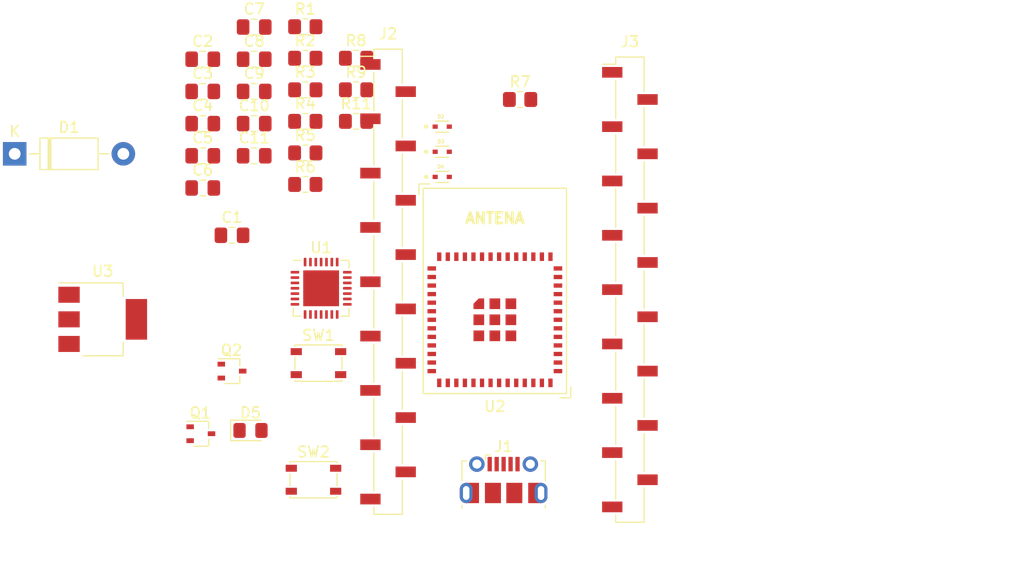
<source format=kicad_pcb>
(kicad_pcb (version 20221018) (generator pcbnew)
  (layers (0 "F.Cu" signal) (31 "B.Cu" signal) (34 "B.Paste" user) (35 "F.Paste" user) (36 "B.SilkS" user "B.Silkscreen") (37 "F.SilkS" user "F.Silkscreen") (38 "B.Mask" user) (39 "F.Mask" user) (44 "Edge.Cuts" user))
  (net 0 "")
  (net 1 "Net-(U1-VBUS)")
  (net 2 "Earth")
  (net 3 "VCC")
  (net 4 "/ESP_RST")
  (net 5 "/GPIO0")
  (net 6 "/VBUS")
  (net 7 "Net-(D5-A)")
  (net 8 "/USB_DN")
  (net 9 "/USB_DP")
  (net 11 "GND")
  (net 12 "/GPIO36")
  (net 13 "/GPIO37")
  (net 14 "/GPIO38")
  (net 15 "/GPIO39")
  (net 16 "/GPIO34")
  (net 17 "/GPIO35")
  (net 18 "/GPIO32")
  (net 19 "/GPIO33")
  (net 20 "/GPIO25")
  (net 21 "/GPIO26")
  (net 22 "/GPIO27")
  (net 23 "/GPIO14")
  (net 24 "/U0RXD")
  (net 25 "/U0TXD")
  (net 26 "/GPIO21")
  (net 27 "/GPIO22")
  (net 28 "/GPIO19")
  (net 29 "/GPIO23")
  (net 30 "/GPIO18")
  (net 31 "/GPIO5")
  (net 32 "/GPIO10")
  (net 33 "/GPIO9")
  (net 34 "/GPIO4")
  (net 35 "/GPIO2")
  (net 36 "/GPIO15")
  (net 37 "/GPIO13")
  (net 38 "/GPIO12")
  (net 39 "Net-(Q1-B)")
  (net 40 "/RTS")
  (net 41 "Net-(Q2-B)")
  (net 42 "/DTR")
  (net 43 "Net-(U1-TXD)")
  (net 44 "Net-(U1-RXD)")
  (net 45 "Net-(U1-~{SUSPEND})")
  (net 46 "Net-(U1-~{RST})")
  (net 63 "/GOIO36")
  (footprint "Capacitor_SMD:C_0805_2012Metric_Pad1.18x1.45mm_HandSolder" (layer "F.Cu") (at 126.805 65.755)
    (fp_text reference "C4" (at 0 -1.68) (layer "F.SilkS"))
    (fp_text value "0.1uF")
    (fp_line (start -0.261252 -0.735) (end 0.261252 -0.735) (stroke (width 0.12)) (layer "F.SilkS"))
    (fp_line (start -0.261252 0.735) (end 0.261252 0.735) (stroke (width 0.12)) (layer "F.SilkS"))
    (pad "1" smd roundrect (at -1.0375 0) (size 1.175 1.45) (layers "F.Cu" "F.Paste" "F.Mask") (roundrect_rratio 0.212766) (net 3 "VCC"))
    (pad "2" smd roundrect (at 1.0375 0) (size 1.175 1.45) (layers "F.Cu" "F.Paste" "F.Mask") (roundrect_rratio 0.212766) (net 2 "Earth"))
  )
  (footprint "LESD5D5.0CT1G:TVS_LESD5D5.0CT1G" (layer "F.Cu") (at 149.2 70.74)
    (fp_text reference "D4" (at -0.134 -0.9532) (layer "F.SilkS") (effects (font (size 0.32 0.32))))
    (fp_text value "LESD5D5.0CT1G")
    (fp_line (start -0.6 -0.52) (end 0.6 -0.52) (stroke (width 0.127)) (layer "F.SilkS"))
    (fp_line (start 0.6 0.52) (end -0.6 0.52) (stroke (width 0.127)) (layer "F.SilkS"))
    (fp_circle (center -1.5 0) (end -1.4 0) (stroke (width 0.2)) (fill none) (layer "F.SilkS"))
    (pad "1" smd rect (at -0.66 0) (size 0.48 0.4) (layers "F.Cu" "F.Paste" "F.Mask") (net 2 "Earth"))
    (pad "2" smd rect (at 0.66 0) (size 0.48 0.4) (layers "F.Cu" "F.Paste" "F.Mask") (net 9 "/USB_DP"))
  )
  (footprint "Capacitor_SMD:C_0805_2012Metric_Pad1.18x1.45mm_HandSolder" (layer "F.Cu") (at 131.615 59.735)
    (fp_text reference "C8" (at 0 -1.68) (layer "F.SilkS"))
    (fp_text value "10uF")
    (fp_line (start -0.261252 -0.735) (end 0.261252 -0.735) (stroke (width 0.12)) (layer "F.SilkS"))
    (fp_line (start -0.261252 0.735) (end 0.261252 0.735) (stroke (width 0.12)) (layer "F.SilkS"))
    (pad "1" smd roundrect (at -1.0375 0) (size 1.175 1.45) (layers "F.Cu" "F.Paste" "F.Mask") (roundrect_rratio 0.212766) (net 3 "VCC"))
    (pad "2" smd roundrect (at 1.0375 0) (size 1.175 1.45) (layers "F.Cu" "F.Paste" "F.Mask") (roundrect_rratio 0.212766) (net 2 "Earth"))
  )
  (footprint "Button_Switch_SMD:SW_SPST_PTS810" (layer "F.Cu") (at 137.625 88.155)
    (fp_text reference "SW1" (at 0 -2.6) (layer "F.SilkS"))
    (fp_text value "SW_Omron_B3FS")
    (fp_line (start -2.2 -1.7) (end -2.2 -1.58) (stroke (width 0.12)) (layer "F.SilkS"))
    (fp_line (start -2.2 -0.57) (end -2.2 0.57) (stroke (width 0.12)) (layer "F.SilkS"))
    (fp_line (start -2.2 1.58) (end -2.2 1.7) (stroke (width 0.12)) (layer "F.SilkS"))
    (fp_line (start -2.2 1.7) (end 2.2 1.7) (stroke (width 0.12)) (layer "F.SilkS"))
    (fp_line (start 2.2 -1.7) (end -2.2 -1.7) (stroke (width 0.12)) (layer "F.SilkS"))
    (fp_line (start 2.2 -1.58) (end 2.2 -1.7) (stroke (width 0.12)) (layer "F.SilkS"))
    (fp_line (start 2.2 0.57) (end 2.2 -0.57) (stroke (width 0.12)) (layer "F.SilkS"))
    (fp_line (start 2.2 1.7) (end 2.2 1.58) (stroke (width 0.12)) (layer "F.SilkS"))
    (pad "1" smd rect (at -2.075 -1.075) (size 1.05 0.65) (layers "F.Cu" "F.Paste" "F.Mask") (net 2 "Earth"))
    (pad "1" smd rect (at 2.075 -1.075) (size 1.05 0.65) (layers "F.Cu" "F.Paste" "F.Mask") (net 2 "Earth"))
    (pad "2" smd rect (at -2.075 1.075) (size 1.05 0.65) (layers "F.Cu" "F.Paste" "F.Mask") (net 5 "/GPIO0"))
    (pad "2" smd rect (at 2.075 1.075) (size 1.05 0.65) (layers "F.Cu" "F.Paste" "F.Mask") (net 5 "/GPIO0"))
  )
  (footprint "Package_TO_SOT_SMD:SOT-323_SC-70" (layer "F.Cu") (at 129.54 88.9)
    (fp_text reference "Q2" (at -0.05 -1.95) (layer "F.SilkS"))
    (fp_text value "2SC4213")
    (fp_line (start -0.68 1.16) (end 0.73 1.16) (stroke (width 0.12)) (layer "F.SilkS"))
    (fp_line (start 0.73 -1.16) (end -1.3 -1.16) (stroke (width 0.12)) (layer "F.SilkS"))
    (fp_line (start 0.73 -1.16) (end 0.73 -0.5) (stroke (width 0.12)) (layer "F.SilkS"))
    (fp_line (start 0.73 0.5) (end 0.73 1.16) (stroke (width 0.12)) (layer "F.SilkS"))
    (pad "1" smd rect (at -1 -0.65 270) (size 0.45 0.7) (layers "F.Cu" "F.Paste" "F.Mask") (net 41 "Net-(Q2-B)"))
    (pad "2" smd rect (at -1 0.65 270) (size 0.45 0.7) (layers "F.Cu" "F.Paste" "F.Mask") (net 5 "/GPIO0"))
    (pad "3" smd rect (at 1 0 270) (size 0.45 0.7) (layers "F.Cu" "F.Paste" "F.Mask") (net 42 "/DTR"))
  )
  (footprint "Capacitor_SMD:C_0805_2012Metric_Pad1.18x1.45mm_HandSolder" (layer "F.Cu") (at 126.805 62.745)
    (fp_text reference "C3" (at 0 -1.68) (layer "F.SilkS"))
    (fp_text value "0.1uF")
    (fp_line (start -0.261252 -0.735) (end 0.261252 -0.735) (stroke (width 0.12)) (layer "F.SilkS"))
    (fp_line (start -0.261252 0.735) (end 0.261252 0.735) (stroke (width 0.12)) (layer "F.SilkS"))
    (pad "1" smd roundrect (at -1.0375 0) (size 1.175 1.45) (layers "F.Cu" "F.Paste" "F.Mask") (roundrect_rratio 0.212766) (net 2 "Earth"))
    (pad "2" smd roundrect (at 1.0375 0) (size 1.175 1.45) (layers "F.Cu" "F.Paste" "F.Mask") (roundrect_rratio 0.212766) (net 4 "/ESP_RST"))
  )
  (footprint "Capacitor_SMD:C_0805_2012Metric_Pad1.18x1.45mm_HandSolder" (layer "F.Cu") (at 131.615 65.755)
    (fp_text reference "C10" (at 0 -1.68) (layer "F.SilkS"))
    (fp_text value "0.1uF")
    (fp_line (start -0.261252 -0.735) (end 0.261252 -0.735) (stroke (width 0.12)) (layer "F.SilkS"))
    (fp_line (start -0.261252 0.735) (end 0.261252 0.735) (stroke (width 0.12)) (layer "F.SilkS"))
    (pad "1" smd roundrect (at -1.0375 0) (size 1.175 1.45) (layers "F.Cu" "F.Paste" "F.Mask") (roundrect_rratio 0.212766) (net 3 "VCC"))
    (pad "2" smd roundrect (at 1.0375 0) (size 1.175 1.45) (layers "F.Cu" "F.Paste" "F.Mask") (roundrect_rratio 0.212766) (net 2 "Earth"))
  )
  (footprint "Resistor_SMD:R_0805_2012Metric_Pad1.20x1.40mm_HandSolder" (layer "F.Cu") (at 156.48 63.5)
    (fp_text reference "R7" (at 0 -1.65) (layer "F.SilkS"))
    (fp_text value "47.5K")
    (fp_line (start -0.227064 -0.735) (end 0.227064 -0.735) (stroke (width 0.12)) (layer "F.SilkS"))
    (fp_line (start -0.227064 0.735) (end 0.227064 0.735) (stroke (width 0.12)) (layer "F.SilkS"))
    (pad "1" smd roundrect (at -1 0) (size 1.2 1.4) (layers "F.Cu" "F.Paste" "F.Mask") (roundrect_rratio 0.208333) (net 1 "Net-(U1-VBUS)"))
    (pad "2" smd roundrect (at 1 0) (size 1.2 1.4) (layers "F.Cu" "F.Paste" "F.Mask") (roundrect_rratio 0.208333) (net 2 "Earth"))
  )
  (footprint "Resistor_SMD:R_0805_2012Metric_Pad1.20x1.40mm_HandSolder" (layer "F.Cu") (at 141.145 65.545)
    (fp_text reference "R11" (at 0 -1.65) (layer "F.SilkS"))
    (fp_text value "5.1K")
    (fp_line (start -0.227064 -0.735) (end 0.227064 -0.735) (stroke (width 0.12)) (layer "F.SilkS"))
    (fp_line (start -0.227064 0.735) (end 0.227064 0.735) (stroke (width 0.12)) (layer "F.SilkS"))
    (pad "1" smd roundrect (at -1 0) (size 1.2 1.4) (layers "F.Cu" "F.Paste" "F.Mask") (roundrect_rratio 0.208333) (net 3 "VCC"))
    (pad "2" smd roundrect (at 1 0) (size 1.2 1.4) (layers "F.Cu" "F.Paste" "F.Mask") (roundrect_rratio 0.208333) (net 7 "Net-(D5-A)"))
  )
  (footprint "Capacitor_SMD:C_0805_2012Metric_Pad1.18x1.45mm_HandSolder" (layer "F.Cu") (at 131.615 68.765)
    (fp_text reference "C11" (at 0 -1.68) (layer "F.SilkS"))
    (fp_text value "0.1uF")
    (fp_line (start -0.261252 -0.735) (end 0.261252 -0.735) (stroke (width 0.12)) (layer "F.SilkS"))
    (fp_line (start -0.261252 0.735) (end 0.261252 0.735) (stroke (width 0.12)) (layer "F.SilkS"))
    (pad "1" smd roundrect (at -1.0375 0) (size 1.175 1.45) (layers "F.Cu" "F.Paste" "F.Mask") (roundrect_rratio 0.212766) (net 2 "Earth"))
    (pad "2" smd roundrect (at 1.0375 0) (size 1.175 1.45) (layers "F.Cu" "F.Paste" "F.Mask") (roundrect_rratio 0.212766) (net 5 "/GPIO0"))
  )
  (footprint "Package_TO_SOT_SMD:SOT-323_SC-70" (layer "F.Cu") (at 126.625 94.755)
    (fp_text reference "Q1" (at -0.05 -1.95) (layer "F.SilkS"))
    (fp_text value "2SC4213")
    (fp_line (start -0.68 1.16) (end 0.73 1.16) (stroke (width 0.12)) (layer "F.SilkS"))
    (fp_line (start 0.73 -1.16) (end -1.3 -1.16) (stroke (width 0.12)) (layer "F.SilkS"))
    (fp_line (start 0.73 -1.16) (end 0.73 -0.5) (stroke (width 0.12)) (layer "F.SilkS"))
    (fp_line (start 0.73 0.5) (end 0.73 1.16) (stroke (width 0.12)) (layer "F.SilkS"))
    (pad "1" smd rect (at -1 -0.65 270) (size 0.45 0.7) (layers "F.Cu" "F.Paste" "F.Mask") (net 39 "Net-(Q1-B)"))
    (pad "2" smd rect (at -1 0.65 270) (size 0.45 0.7) (layers "F.Cu" "F.Paste" "F.Mask") (net 40 "/RTS"))
    (pad "3" smd rect (at 1 0 270) (size 0.45 0.7) (layers "F.Cu" "F.Paste" "F.Mask") (net 4 "/ESP_RST"))
  )
  (footprint "Resistor_SMD:R_0805_2012Metric_Pad1.20x1.40mm_HandSolder" (layer "F.Cu") (at 136.395 59.645)
    (fp_text reference "R2" (at 0 -1.65) (layer "F.SilkS"))
    (fp_text value "0")
    (fp_line (start -0.227064 -0.735) (end 0.227064 -0.735) (stroke (width 0.12)) (layer "F.SilkS"))
    (fp_line (start -0.227064 0.735) (end 0.227064 0.735) (stroke (width 0.12)) (layer "F.SilkS"))
    (pad "1" smd roundrect (at -1 0) (size 1.2 1.4) (layers "F.Cu" "F.Paste" "F.Mask") (roundrect_rratio 0.208333) (net 44 "Net-(U1-RXD)"))
    (pad "2" smd roundrect (at 1 0) (size 1.2 1.4) (layers "F.Cu" "F.Paste" "F.Mask") (roundrect_rratio 0.208333) (net 25 "/U0TXD"))
  )
  (footprint "Resistor_SMD:R_0805_2012Metric_Pad1.20x1.40mm_HandSolder" (layer "F.Cu") (at 136.395 65.545)
    (fp_text reference "R4" (at 0 -1.65) (layer "F.SilkS"))
    (fp_text value "22.1K")
    (fp_line (start -0.227064 -0.735) (end 0.227064 -0.735) (stroke (width 0.12)) (layer "F.SilkS"))
    (fp_line (start -0.227064 0.735) (end 0.227064 0.735) (stroke (width 0.12)) (layer "F.SilkS"))
    (pad "1" smd roundrect (at -1 0) (size 1.2 1.4) (layers "F.Cu" "F.Paste" "F.Mask") (roundrect_rratio 0.208333) (net 3 "VCC"))
    (pad "2" smd roundrect (at 1 0) (size 1.2 1.4) (layers "F.Cu" "F.Paste" "F.Mask") (roundrect_rratio 0.208333) (net 1 "Net-(U1-VBUS)"))
  )
  (footprint "Connector_PinSocket_2.54mm:PinSocket_1x17_P2.54mm_Vertical_SMD_Pin1Left" (layer "F.Cu") (at 144.135 80.545)
    (fp_text reference "J2" (at 0 -23.19) (layer "F.SilkS"))
    (fp_text value "Conn_01x21_Pin")
    (fp_line (start -2.54 -21.08) (end -1.33 -21.08) (stroke (width 0.12)) (layer "F.SilkS"))
    (fp_line (start -1.33 -21.75) (end -1.33 -21.08) (stroke (width 0.12)) (layer "F.SilkS"))
    (fp_line (start -1.33 -21.75) (end 1.33 -21.75) (stroke (width 0.12)) (layer "F.SilkS"))
    (fp_line (start -1.33 -19.56) (end -1.33 -16) (stroke (width 0.12)) (layer "F.SilkS"))
    (fp_line (start -1.33 -14.48) (end -1.33 -10.92) (stroke (width 0.12)) (layer "F.SilkS"))
    (fp_line (start -1.33 -9.4) (end -1.33 -5.84) (stroke (width 0.12)) (layer "F.SilkS"))
    (fp_line (start -1.33 -4.32) (end -1.33 -0.76) (stroke (width 0.12)) (layer "F.SilkS"))
    (fp_line (start -1.33 0.76) (end -1.33 4.32) (stroke (width 0.12)) (layer "F.SilkS"))
    (fp_line (start -1.33 5.84) (end -1.33 9.4) (stroke (width 0.12)) (layer "F.SilkS"))
    (fp_line (start -1.33 10.92) (end -1.33 14.48) (stroke (width 0.12)) (layer "F.SilkS"))
    (fp_line (start -1.33 16) (end -1.33 19.56) (stroke (width 0.12)) (layer "F.SilkS"))
    (fp_line (start -1.33 21.08) (end -1.33 21.75) (stroke (width 0.12)) (layer "F.SilkS"))
    (fp_line (start -1.33 21.75) (end 1.33 21.75) (stroke (width 0.12)) (layer "F.SilkS"))
    (fp_line (start 1.33 -21.75) (end 1.33 -18.54) (stroke (width 0.12)) (layer "F.SilkS"))
    (fp_line (start 1.33 -17.02) (end 1.33 -13.46) (stroke (width 0.12)) (layer "F.SilkS"))
    (fp_line (start 1.33 -11.94) (end 1.33 -8.38) (stroke (width 0.12)) (layer "F.SilkS"))
    (fp_line (start 1.33 -6.86) (end 1.33 -3.3) (stroke (width 0.12)) (layer "F.SilkS"))
    (fp_line (start 1.33 -1.78) (end 1.33 1.78) (stroke (width 0.12)) (layer "F.SilkS"))
    (fp_line (start 1.33 3.3) (end 1.33 6.86) (stroke (width 0.12)) (layer "F.SilkS"))
    (fp_line (start 1.33 8.38) (end 1.33 11.94) (stroke (width 0.12)) (layer "F.SilkS"))
    (fp_line (start 1.33 13.46) (end 1.33 17.02) (stroke (width 0.12)) (layer "F.SilkS"))
    (fp_line (start 1.33 18.54) (end 1.33 21.75) (stroke (width 0.12)) (layer "F.SilkS"))
    (pad "1" smd rect (at -1.65 -20.32) (size 1.9 1) (layers "F.Cu" "F.Paste" "F.Mask") (net 11 "GND"))
    (pad "2" smd rect (at 1.65 -17.78) (size 1.9 1) (layers "F.Cu" "F.Paste" "F.Mask") (net 3 "VCC"))
    (pad "3" smd rect (at -1.65 -15.24) (size 1.9 1) (layers "F.Cu" "F.Paste" "F.Mask") (net 12 "/GPIO36"))
    (pad "4" smd rect (at 1.65 -12.7) (size 1.9 1) (layers "F.Cu" "F.Paste" "F.Mask") (net 13 "/GPIO37"))
    (pad "5" smd rect (at -1.65 -10.16) (size 1.9 1) (layers "F.Cu" "F.Paste" "F.Mask") (net 14 "/GPIO38"))
    (pad "6" smd rect (at 1.65 -7.62) (size 1.9 1) (layers "F.Cu" "F.Paste" "F.Mask") (net 15 "/GPIO39"))
    (pad "7" smd rect (at -1.65 -5.08) (size 1.9 1) (layers "F.Cu" "F.Paste" "F.Mask") (net 4 "/ESP_RST"))
    (pad "8" smd rect (at 1.65 -2.54) (size 1.9 1) (layers "F.Cu" "F.Paste" "F.Mask") (net 16 "/GPIO34"))
    (pad "9" smd rect (at -1.65 0) (size 1.9 1) (layers "F.Cu" "F.Paste" "F.Mask") (net 17 "/GPIO35"))
    (pad "10" smd rect (at 1.65 2.54) (size 1.9 1) (layers "F.Cu" "F.Paste" "F.Mask") (net 18 "/GPIO32"))
    (pad "11" smd rect (at -1.65 5.08) (size 1.9 1) (layers "F.Cu" "F.Paste" "F.Mask") (net 19 "/GPIO33"))
    (pad "12" smd rect (at 1.65 7.62) (size 1.9 1) (layers "F.Cu" "F.Paste" "F.Mask") (net 20 "/GPIO25"))
    (pad "13" smd rect (at -1.65 10.16) (size 1.9 1) (layers "F.Cu" "F.Paste" "F.Mask") (net 21 "/GPIO26"))
    (pad "14" smd rect (at 1.65 12.7) (size 1.9 1) (layers "F.Cu" "F.Paste" "F.Mask") (net 22 "/GPIO27"))
    (pad "15" smd rect (at -1.65 15.24) (size 1.9 1) (layers "F.Cu" "F.Paste" "F.Mask") (net 23 "/GPIO14"))
    (pad "16" smd rect (at 1.65 17.78) (size 1.9 1) (layers "F.Cu" "F.Paste" "F.Mask") (net 3 "VCC"))
    (pad "17" smd rect (at -1.65 20.32) (size 1.9 1) (layers "F.Cu" "F.Paste" "F.Mask") (net 11 "GND"))
  )
  (footprint "Package_TO_SOT_SMD:SOT-223-3_TabPin2" (layer "F.Cu") (at 117.45 84.06)
    (fp_text reference "U3" (at 0 -4.5) (layer "F.SilkS"))
    (fp_text value "LM1117MP-3.3")
    (fp_line (start -4.1 -3.41) (end 1.91 -3.41) (stroke (width 0.12)) (layer "F.SilkS"))
    (fp_line (start -1.85 3.41) (end 1.91 3.41) (stroke (width 0.12)) (layer "F.SilkS"))
    (fp_line (start 1.91 -3.41) (end 1.91 -2.15) (stroke (width 0.12)) (layer "F.SilkS"))
    (fp_line (start 1.91 3.41) (end 1.91 2.15) (stroke (width 0.12)) (layer "F.SilkS"))
    (pad "1" smd rect (at -3.15 -2.3) (size 2 1.5) (layers "F.Cu" "F.Paste" "F.Mask") (net 2 "Earth"))
    (pad "2" smd rect (at -3.15 0) (size 2 1.5) (layers "F.Cu" "F.Paste" "F.Mask") (net 3 "VCC"))
    (pad "2" smd rect (at 3.15 0) (size 2 3.8) (layers "F.Cu" "F.Paste" "F.Mask") (net 3 "VCC"))
    (pad "3" smd rect (at -3.15 2.3) (size 2 1.5) (layers "F.Cu" "F.Paste" "F.Mask") (net 3 "VCC"))
  )
  (footprint "esp32-devkitM-1:esp32-devkitM-1" (layer "F.Cu") (at 154.12 84.1)
    (fp_text reference "U2" (at 0 8.1 unlocked) (layer "F.SilkS"))
    (fp_text value "esp32-devkitM-1")
    (fp_text user "ANTENA" (at 0 -9.5 unlocked) (layer "F.SilkS") (effects (font (thickness 0.25))))
    (fp_line (start -7.1 -12.7) (end -7.1 -11.7) (stroke (width 0.12)) (layer "F.SilkS"))
    (fp_line (start -6.1 -12.7) (end -7.1 -12.7) (stroke (width 0.12)) (layer "F.SilkS"))
    (fp_line (start 6.1 7.3) (end 7.1 7.3) (stroke (width 0.12)) (layer "F.SilkS"))
    (fp_line (start 7.1 7.3) (end 7.1 6.3) (stroke (width 0.12)) (layer "F.SilkS"))
    (fp_rect (start -6.7 -12.3) (end 6.7 6.9) (stroke (width 0.12)) (fill none) (layer "F.SilkS"))
    (pad "1" smd rect (at -5.9 -4.8) (size 0.8 0.4) (layers "F.Cu" "F.Paste" "F.Mask") (net 2 "Earth"))
    (pad "2" smd rect (at -5.9 -4) (size 0.8 0.4) (layers "F.Cu" "F.Paste" "F.Mask") (net 2 "Earth"))
    (pad "3" smd rect (at -5.9 -3.2) (size 0.8 0.4) (layers "F.Cu" "F.Paste" "F.Mask") (net 3 "VCC"))
    (pad "4" smd rect (at -5.9 -2.4) (size 0.8 0.4) (layers "F.Cu" "F.Paste" "F.Mask") (net 63 "/GOIO36"))
    (pad "5" smd rect (at -5.9 -1.6) (size 0.8 0.4) (layers "F.Cu" "F.Paste" "F.Mask") (net 13 "/GPIO37"))
    (pad "6" smd rect (at -5.9 -0.8) (size 0.8 0.4) (layers "F.Cu" "F.Paste" "F.Mask") (net 14 "/GPIO38"))
    (pad "7" smd rect (at -5.9 0) (size 0.8 0.4) (layers "F.Cu" "F.Paste" "F.Mask") (net 15 "/GPIO39"))
    (pad "8" smd rect (at -5.9 0.8) (size 0.8 0.4) (layers "F.Cu" "F.Paste" "F.Mask") (net 4 "/ESP_RST"))
    (pad "9" smd rect (at -5.9 1.6) (size 0.8 0.4) (layers "F.Cu" "F.Paste" "F.Mask") (net 16 "/GPIO34"))
    (pad "10" smd rect (at -5.9 2.4) (size 0.8 0.4) (layers "F.Cu" "F.Paste" "F.Mask") (net 17 "/GPIO35"))
    (pad "11" smd rect (at -5.9 3.2) (size 0.8 0.4) (layers "F.Cu" "F.Paste" "F.Mask") (net 18 "/GPIO32"))
    (pad "12" smd rect (at -5.9 4) (size 0.8 0.4) (layers "F.Cu" "F.Paste" "F.Mask") (net 19 "/GPIO33"))
    (pad "13" smd rect (at -5.9 4.8) (size 0.8 0.4) (layers "F.Cu" "F.Paste" "F.Mask") (net 20 "/GPIO25"))
    (pad "14" smd rect (at -5.2 5.9 90) (size 0.8 0.4) (layers "F.Cu" "F.Paste" "F.Mask") (net 21 "/GPIO26"))
    (pad "15" smd rect (at -4.4 5.9 90) (size 0.8 0.4) (layers "F.Cu" "F.Paste" "F.Mask") (net 22 "/GPIO27"))
    (pad "16" smd rect (at -3.6 5.9 90) (size 0.8 0.4) (layers "F.Cu" "F.Paste" "F.Mask") (net 23 "/GPIO14"))
    (pad "17" smd rect (at -2.8 5.9 90) (size 0.8 0.4) (layers "F.Cu" "F.Paste" "F.Mask") (net 38 "/GPIO12"))
    (pad "18" smd rect (at -2 5.9 90) (size 0.8 0.4) (layers "F.Cu" "F.Paste" "F.Mask") (net 37 "/GPIO13"))
    (pad "19" smd rect (at -1.2 5.9 90) (size 0.8 0.4) (layers "F.Cu" "F.Paste" "F.Mask") (net 36 "/GPIO15"))
    (pad "20" smd rect (at -0.4 5.9 90) (size 0.8 0.4) (layers "F.Cu" "F.Paste" "F.Mask") (net 35 "/GPIO2"))
    (pad "21" smd rect (at 0.4 5.9 90) (size 0.8 0.4) (layers "F.Cu" "F.Paste" "F.Mask") (net 5 "/GPIO0"))
    (pad "22" smd rect (at 1.2 5.9 90) (size 0.8 0.4) (layers "F.Cu" "F.Paste" "F.Mask") (net 34 "/GPIO4"))
    (pad "23" smd rect (at 2 5.9 90) (size 0.8 0.4) (layers "F.Cu" "F.Paste" "F.Mask"))
    (pad "24" smd rect (at 2.8 5.9 90) (size 0.8 0.4) (layers "F.Cu" "F.Paste" "F.Mask"))
    (pad "25" smd rect (at 3.6 5.9 90) (size 0.8 0.4) (layers "F.Cu" "F.Paste" "F.Mask") (net 33 "/GPIO9"))
    (pad "26" smd rect (at 4.4 5.9 90) (size 0.8 0.4) (layers "F.Cu" "F.Paste" "F.Mask") (net 32 "/GPIO10"))
    (pad "27" smd rect (at 5.2 5.9 90) (size 0.8 0.4) (layers "F.Cu" "F.Paste" "F.Mask") (net 2 "Earth"))
    (pad "28" smd rect (at 5.9 4.8 180) (size 0.8 0.4) (layers "F.Cu" "F.Paste" "F.Mask"))
    (pad "29" smd rect (at 5.9 4 180) (size 0.8 0.4) (layers "F.Cu" "F.Paste" "F.Mask") (net 31 "/GPIO5"))
    (pad "30" smd rect (at 5.9 3.2 180) (size 0.8 0.4) (layers "F.Cu" "F.Paste" "F.Mask") (net 30 "/GPIO18"))
    (pad "31" smd rect (at 5.9 2.4 180) (size 0.8 0.4) (layers "F.Cu" "F.Paste" "F.Mask") (net 29 "/GPIO23"))
    (pad "32" smd rect (at 5.9 1.6 180) (size 0.8 0.4) (layers "F.Cu" "F.Paste" "F.Mask") (net 28 "/GPIO19"))
    (pad "33" smd rect (at 5.9 0.8 180) (size 0.8 0.4) (layers "F.Cu" "F.Paste" "F.Mask") (net 27 "/GPIO22"))
    (pad "34" smd rect (at 5.9 0 180) (size 0.8 0.4) (layers "F.Cu" "F.Paste" "F.Mask") (net 26 "/GPIO21"))
    (pad "35" smd rect (at 5.9 -0.8 180) (size 0.8 0.4) (layers "F.Cu" "F.Paste" "F.Mask") (net 24 "/U0RXD"))
    (pad "36" smd rect (at 5.9 -1.6 180) (size 0.8 0.4) (layers "F.Cu" "F.Paste" "F.Mask") (net 25 "/U0TXD"))
    (pad "37" smd rect (at 5.9 -2.4 180) (size 0.8 0.4) (layers "F.Cu" "F.Paste" "F.Mask"))
    (pad "38" smd rect (at 5.9 -3.2 180) (size 0.8 0.4) (layers "F.Cu" "F.Paste" "F.Mask") (net 2 "Earth"))
    (pad "39" smd rect (at 5.9 -4 180) (size 0.8 0.4) (layers "F.Cu" "F.Paste" "F.Mask") (net 2 "Earth"))
    (pad "40" smd rect (at 5.9 -4.8 180) (size 0.8 0.4) (layers "F.Cu" "F.Paste" "F.Mask") (net 2 "Earth"))
    (pad "41" smd rect (at 5.2 -5.9 270) (size 0.8 0.4) (layers "F.Cu" "F.Paste" "F.Mask") (net 2 "Earth"))
    (pad "42" smd rect (at 4.4 -5.9 270) (size 0.8 0.4) (layers "F.Cu" "F.Paste" "F.Mask") (net 2 "Earth"))
    (pad "43" smd rect (at 3.6 -5.9 270) (size 0.8 0.4) (layers "F.Cu" "F.Paste" "F.Mask") (net 2 "Earth"))
    (pad "44" smd rect (at 2.8 -5.9 270) (size 0.8 0.4) (layers "F.Cu" "F.Paste" "F.Mask") (net 2 "Earth"))
    (pad "45" smd rect (at 2 -5.9 270) (size 0.8 0.4) (layers "F.Cu" "F.Paste" "F.Mask") (net 2 "Earth"))
    (pad "46" smd rect (at 1.2 -5.9 270) (size 0.8 0.4) (layers "F.Cu" "F.Paste" "F.Mask") (net 2 "Earth"))
    (pad "47" smd rect (at 0.4 -5.9 270) (size 0.8 0.4) (layers "F.Cu" "F.Paste" "F.Mask") (net 2 "Earth"))
    (pad "48" smd rect (at -0.4 -5.9 270) (size 0.8 0.4) (layers "F.Cu" "F.Paste" "F.Mask") (net 2 "Earth"))
    (pad "49" smd rect (at -1.2 -5.9 270) (size 0.8 0.4) (layers "F.Cu" "F.Paste" "F.Mask") (net 2 "Earth"))
    (pad "50" smd rect (at -2 -5.9 270) (size 0.8 0.4) (layers "F.Cu" "F.Paste" "F.Mask") (net 2 "Earth"))
    (pad "51" smd rect (at -2.8 -5.9 270) (size 0.8 0.4) (layers "F.Cu" "F.Paste" "F.Mask") (net 2 "Earth"))
    (pad "52" smd rect (at -3.6 -5.9 270) (size 0.8 0.4) (layers "F.Cu" "F.Paste" "F.Mask") (net 2 "Earth"))
    (pad "53" smd rect (at -4.4 -5.9 270) (size 0.8 0.4) (layers "F.Cu" "F.Paste" "F.Mask") (net 2 "Earth"))
    (pad "54" smd rect (at -5.2 -5.9 270) (size 0.8 0.4) (layers "F.Cu" "F.Paste" "F.Mask") (net 2 "Earth"))
    (pad "55" smd roundrect (at -1.5 -1.5 270) (size 1 1) (layers "F.Cu" "F.Paste" "F.Mask") (roundrect_rratio 0) (chamfer_ratio 0.5) (chamfer bottom_left) (net 2 "Earth"))
    (pad "55" smd rect (at -1.5 0 270) (size 1 1) (layers "F.Cu" "F.Paste" "F.Mask") (net 2 "Earth"))
    (pad "55" smd rect (at -1.5 1.5 270) (size 1 1) (layers "F.Cu" "F.Paste" "F.Mask") (net 2 "Earth"))
    (pad "55" smd rect (at 0 -1.5 270) (size 1 1) (layers "F.Cu" "F.Paste" "F.Mask") (net 2 "Earth"))
    (pad "55" smd rect (at 0 0 270) (size 1 1) (layers "F.Cu" "F.Paste" "F.Mask") (net 2 "Earth"))
    (pad "55" smd rect (at 0 1.5 270) (size 1 1) (layers "F.Cu" "F.Paste" "F.Mask") (net 2 "Earth"))
    (pad "55" smd rect (at 1.5 -1.5 270) (size 1 1) (layers "F.Cu" "F.Paste" "F.Mask") (net 2 "Earth"))
    (pad "55" smd rect (at 1.5 0 270) (size 1 1) (layers "F.Cu" "F.Paste" "F.Mask") (net 2 "Earth"))
    (pad "55" smd rect (at 1.5 1.5 270) (size 1 1) (layers "F.Cu" "F.Paste" "F.Mask") (net 2 "Earth"))
  )
  (footprint "LED_SMD:LED_0805_2012Metric_Pad1.15x1.40mm_HandSolder" (layer "F.Cu") (at 131.27 94.45)
    (fp_text reference "D5" (at 0 -1.65) (layer "F.SilkS"))
    (fp_text value "LED")
    (fp_line (start -1.86 -0.96) (end -1.86 0.96) (stroke (width 0.12)) (layer "F.SilkS"))
    (fp_line (start -1.86 0.96) (end 1 0.96) (stroke (width 0.12)) (layer "F.SilkS"))
    (fp_line (start 1 -0.96) (end -1.86 -0.96) (stroke (width 0.12)) (layer "F.SilkS"))
    (pad "1" smd roundrect (at -1.025 0) (size 1.15 1.4) (layers "F.Cu" "F.Paste" "F.Mask") (roundrect_rratio 0.217391) (net 2 "Earth"))
    (pad "2" smd roundrect (at 1.025 0) (size 1.15 1.4) (layers "F.Cu" "F.Paste" "F.Mask") (roundrect_rratio 0.217391) (net 7 "Net-(D5-A)"))
  )
  (footprint "Capacitor_SMD:C_0805_2012Metric_Pad1.18x1.45mm_HandSolder" (layer "F.Cu") (at 131.615 56.725)
    (fp_text reference "C7" (at 0 -1.68) (layer "F.SilkS"))
    (fp_text value "10uF")
    (fp_line (start -0.261252 -0.735) (end 0.261252 -0.735) (stroke (width 0.12)) (layer "F.SilkS"))
    (fp_line (start -0.261252 0.735) (end 0.261252 0.735) (stroke (width 0.12)) (layer "F.SilkS"))
    (pad "1" smd roundrect (at -1.0375 0) (size 1.175 1.45) (layers "F.Cu" "F.Paste" "F.Mask") (roundrect_rratio 0.212766) (net 3 "VCC"))
    (pad "2" smd roundrect (at 1.0375 0) (size 1.175 1.45) (layers "F.Cu" "F.Paste" "F.Mask") (roundrect_rratio 0.212766) (net 2 "Earth"))
  )
  (footprint "Resistor_SMD:R_0805_2012Metric_Pad1.20x1.40mm_HandSolder" (layer "F.Cu") (at 136.395 62.595)
    (fp_text reference "R3" (at 0 -1.65) (layer "F.SilkS"))
    (fp_text value "10K")
    (fp_line (start -0.227064 -0.735) (end 0.227064 -0.735) (stroke (width 0.12)) (layer "F.SilkS"))
    (fp_line (start -0.227064 0.735) (end 0.227064 0.735) (stroke (width 0.12)) (layer "F.SilkS"))
    (pad "1" smd roundrect (at -1 0) (size 1.2 1.4) (layers "F.Cu" "F.Paste" "F.Mask") (roundrect_rratio 0.208333) (net 45 "Net-(U1-~{SUSPEND})"))
    (pad "2" smd roundrect (at 1 0) (size 1.2 1.4) (layers "F.Cu" "F.Paste" "F.Mask") (roundrect_rratio 0.208333) (net 2 "Earth"))
  )
  (footprint "Package_DFN_QFN:QFN-28-1EP_5x5mm_P0.5mm_EP3.35x3.35mm" (layer "F.Cu") (at 137.875 81.155)
    (fp_text reference "U1" (at 0 -3.8) (layer "F.SilkS"))
    (fp_text value "CP2102N-Axx-xQFN28")
    (fp_line (start -2.61 2.61) (end -2.61 1.885) (stroke (width 0.12)) (layer "F.SilkS"))
    (fp_line (start -1.885 -2.61) (end -2.61 -2.61) (stroke (width 0.12)) (layer "F.SilkS"))
    (fp_line (start -1.885 2.61) (end -2.61 2.61) (stroke (width 0.12)) (layer "F.SilkS"))
    (fp_line (start 1.885 -2.61) (end 2.61 -2.61) (stroke (width 0.12)) (layer "F.SilkS"))
    (fp_line (start 1.885 2.61) (end 2.61 2.61) (stroke (width 0.12)) (layer "F.SilkS"))
    (fp_line (start 2.61 -2.61) (end 2.61 -1.885) (stroke (width 0.12)) (layer "F.SilkS"))
    (fp_line (start 2.61 2.61) (end 2.61 1.885) (stroke (width 0.12)) (layer "F.SilkS"))
    (pad "1" smd roundrect (at -2.45 -1.5) (size 0.8 0.25) (layers "F.Cu" "F.Paste" "F.Mask"))
    (pad "2" smd roundrect (at -2.45 -1) (size 0.8 0.25) (layers "F.Cu" "F.Paste" "F.Mask"))
    (pad "3" smd roundrect (at -2.45 -0.5) (size 0.8 0.25) (layers "F.Cu" "F.Paste" "F.Mask") (net 2 "Earth"))
    (pad "4" smd roundrect (at -2.45 0) (size 0.8 0.25) (layers "F.Cu" "F.Paste" "F.Mask") (net 9 "/USB_DP"))
    (pad "5" smd roundrect (at -2.45 0.5) (size 0.8 0.25) (layers "F.Cu" "F.Paste" "F.Mask") (net 8 "/USB_DN"))
    (pad "6" smd roundrect (at -2.45 1) (size 0.8 0.25) (layers "F.Cu" "F.Paste" "F.Mask") (net 3 "VCC"))
    (pad "7" smd roundrect (at -2.45 1.5) (size 0.8 0.25) (layers "F.Cu" "F.Paste" "F.Mask") (net 3 "VCC"))
    (pad "8" smd roundrect (at -1.5 2.45) (size 0.25 0.8) (layers "F.Cu" "F.Paste" "F.Mask") (net 1 "Net-(U1-VBUS)"))
    (pad "9" smd roundrect (at -1 2.45) (size 0.25 0.8) (layers "F.Cu" "F.Paste" "F.Mask") (net 46 "Net-(U1-~{RST})"))
    (pad "10" smd roundrect (at -0.5 2.45) (size 0.25 0.8) (layers "F.Cu" "F.Paste" "F.Mask"))
    (pad "11" smd roundrect (at 0 2.45) (size 0.25 0.8) (layers "F.Cu" "F.Paste" "F.Mask") (net 45 "Net-(U1-~{SUSPEND})"))
    (pad "12" smd roundrect (at 0.5 2.45) (size 0.25 0.8) (layers "F.Cu" "F.Paste" "F.Mask"))
    (pad "13" smd roundrect (at 1 2.45) (size 0.25 0.8) (layers "F.Cu" "F.Paste" "F.Mask"))
    (pad "14" smd roundrect (at 1.5 2.45) (size 0.25 0.8) (layers "F.Cu" "F.Paste" "F.Mask"))
    (pad "15" smd roundrect (at 2.45 1.5) (size 0.8 0.25) (layers "F.Cu" "F.Paste" "F.Mask"))
    (pad "16" smd roundrect (at 2.45 1) (size 0.8 0.25) (layers "F.Cu" "F.Paste" "F.Mask"))
    (pad "17" smd roundrect (at 2.45 0.5) (size 0.8 0.25) (layers "F.Cu" "F.Paste" "F.Mask"))
    (pad "18" smd roundrect (at 2.45 0) (size 0.8 0.25) (layers "F.Cu" "F.Paste" "F.Mask"))
    (pad "19" smd roundrect (at 2.45 -0.5) (size 0.8 0.25) (layers "F.Cu" "F.Paste" "F.Mask"))
    (pad "20" smd roundrect (at 2.45 -1) (size 0.8 0.25) (layers "F.Cu" "F.Paste" "F.Mask"))
    (pad "21" smd roundrect (at 2.45 -1.5) (size 0.8 0.25) (layers "F.Cu" "F.Paste" "F.Mask"))
    (pad "22" smd roundrect (at 1.5 -2.45) (size 0.25 0.8) (layers "F.Cu" "F.Paste" "F.Mask"))
    (pad "23" smd roundrect (at 1 -2.45) (size 0.25 0.8) (layers "F.Cu" "F.Paste" "F.Mask"))
    (pad "24" smd roundrect (at 0.5 -2.45) (size 0.25 0.8) (layers "F.Cu" "F.Paste" "F.Mask") (net 40 "/RTS"))
    (pad "25" smd roundrect (at 0 -2.45) (size 0.25 0.8) (layers "F.Cu" "F.Paste" "F.Mask") (net 44 "Net-(U1-RXD)"))
    (pad "26" smd roundrect (at -0.5 -2.45) (size 0.25 0.8) (layers "F.Cu" "F.Paste" "F.Mask") (net 43 "Net-(U1-TXD)"))
    (pad "27" smd roundrect (at -1 -2.45) (size 0.25 0.8) (layers "F.Cu" "F.Paste" "F.Mask"))
    (pad "28" smd roundrect (at -1.5 -2.45) (size 0.25 0.8) (layers "F.Cu" "F.Paste" "F.Mask") (net 42 "/DTR"))
    (pad "29" smd rect (at 0 0) (size 3.35 3.35) (layers "F.Cu" "F.Mask") (net 2 "Earth"))
  )
  (footprint "Capacitor_SMD:C_0805_2012Metric_Pad1.18x1.45mm_HandSolder" (layer "F.Cu") (at 126.805 71.775)
    (fp_text reference "C6" (at 0 -1.68) (layer "F.SilkS"))
    (fp_text value "1uF")
    (fp_line (start -0.261252 -0.735) (end 0.261252 -0.735) (stroke (width 0.12)) (layer "F.SilkS"))
    (fp_line (start -0.261252 0.735) (end 0.261252 0.735) (stroke (width 0.12)) (layer "F.SilkS"))
    (pad "1" smd roundrect (at -1.0375 0) (size 1.175 1.45) (layers "F.Cu" "F.Paste" "F.Mask") (roundrect_rratio 0.212766) (net 4 "/ESP_RST"))
    (pad "2" smd roundrect (at 1.0375 0) (size 1.175 1.45) (layers "F.Cu" "F.Paste" "F.Mask") (roundrect_rratio 0.212766) (net 2 "Earth"))
  )
  (footprint "Button_Switch_SMD:SW_SPST_PTS810" (layer "F.Cu") (at 137.16 99.06)
    (fp_text reference "SW2" (at 0 -2.6) (layer "F.SilkS"))
    (fp_text value "SW_Omron_B3FS")
    (fp_line (start -2.2 -1.7) (end -2.2 -1.58) (stroke (width 0.12)) (layer "F.SilkS"))
    (fp_line (start -2.2 -0.57) (end -2.2 0.57) (stroke (width 0.12)) (layer "F.SilkS"))
    (fp_line (start -2.2 1.58) (end -2.2 1.7) (stroke (width 0.12)) (layer "F.SilkS"))
    (fp_line (start -2.2 1.7) (end 2.2 1.7) (stroke (width 0.12)) (layer "F.SilkS"))
    (fp_line (start 2.2 -1.7) (end -2.2 -1.7) (stroke (width 0.12)) (layer "F.SilkS"))
    (fp_line (start 2.2 -1.58) (end 2.2 -1.7) (stroke (width 0.12)) (layer "F.SilkS"))
    (fp_line (start 2.2 0.57) (end 2.2 -0.57) (stroke (width 0.12)) (layer "F.SilkS"))
    (fp_line (start 2.2 1.7) (end 2.2 1.58) (stroke (width 0.12)) (layer "F.SilkS"))
    (pad "1" smd rect (at -2.075 -1.075) (size 1.05 0.65) (layers "F.Cu" "F.Paste" "F.Mask") (net 2 "Earth"))
    (pad "1" smd rect (at 2.075 -1.075) (size 1.05 0.65) (layers "F.Cu" "F.Paste" "F.Mask") (net 2 "Earth"))
    (pad "2" smd rect (at -2.075 1.075) (size 1.05 0.65) (layers "F.Cu" "F.Paste" "F.Mask") (net 4 "/ESP_RST"))
    (pad "2" smd rect (at 2.075 1.075) (size 1.05 0.65) (layers "F.Cu" "F.Paste" "F.Mask") (net 4 "/ESP_RST"))
  )
  (footprint "Capacitor_SMD:C_0805_2012Metric_Pad1.18x1.45mm_HandSolder" (layer "F.Cu") (at 126.805 59.735)
    (fp_text reference "C2" (at 0 -1.68) (layer "F.SilkS"))
    (fp_text value "10uF")
    (fp_line (start -0.261252 -0.735) (end 0.261252 -0.735) (stroke (width 0.12)) (layer "F.SilkS"))
    (fp_line (start -0.261252 0.735) (end 0.261252 0.735) (stroke (width 0.12)) (layer "F.SilkS"))
    (pad "1" smd roundrect (at -1.0375 0) (size 1.175 1.45) (layers "F.Cu" "F.Paste" "F.Mask") (roundrect_rratio 0.212766) (net 2 "Earth"))
    (pad "2" smd roundrect (at 1.0375 0) (size 1.175 1.45) (layers "F.Cu" "F.Paste" "F.Mask") (roundrect_rratio 0.212766) (net 3 "VCC"))
  )
  (footprint "Resistor_SMD:R_0805_2012Metric_Pad1.20x1.40mm_HandSolder" (layer "F.Cu") (at 136.395 68.495)
    (fp_text reference "R5" (at 0 -1.65) (layer "F.SilkS"))
    (fp_text value "10K")
    (fp_line (start -0.227064 -0.735) (end 0.227064 -0.735) (stroke (width 0.12)) (layer "F.SilkS"))
    (fp_line (start -0.227064 0.735) (end 0.227064 0.735) (stroke (width 0.12)) (layer "F.SilkS"))
    (pad "1" smd roundrect (at -1 0) (size 1.2 1.4) (layers "F.Cu" "F.Paste" "F.Mask") (roundrect_rratio 0.208333) (net 3 "VCC"))
    (pad "2" smd roundrect (at 1 0) (size 1.2 1.4) (layers "F.Cu" "F.Paste" "F.Mask") (roundrect_rratio 0.208333) (net 4 "/ESP_RST"))
  )
  (footprint "Capacitor_SMD:C_0805_2012Metric_Pad1.18x1.45mm_HandSolder" (layer "F.Cu") (at 131.615 62.745)
    (fp_text reference "C9" (at 0 -1.68) (layer "F.SilkS"))
    (fp_text value "0.1uF")
    (fp_line (start -0.261252 -0.735) (end 0.261252 -0.735) (stroke (width 0.12)) (layer "F.SilkS"))
    (fp_line (start -0.261252 0.735) (end 0.261252 0.735) (stroke (width 0.12)) (layer "F.SilkS"))
    (pad "1" smd roundrect (at -1.0375 0) (size 1.175 1.45) (layers "F.Cu" "F.Paste" "F.Mask") (roundrect_rratio 0.212766) (net 3 "VCC"))
    (pad "2" smd roundrect (at 1.0375 0) (size 1.175 1.45) (layers "F.Cu" "F.Paste" "F.Mask") (roundrect_rratio 0.212766) (net 2 "Earth"))
  )
  (footprint "Connector_USB:USB_Micro-B_Molex-105017-0001" (layer "F.Cu") (at 154.94 99.06)
    (fp_text reference "J1" (at 0 -3.1125) (layer "F.SilkS"))
    (fp_text value "USB_B_Micro")
    (fp_line (start -3.9 -1.7625) (end -3.45 -1.7625) (stroke (width 0.12)) (layer "F.SilkS"))
    (fp_line (start -3.9 0.0875) (end -3.9 -1.7625) (stroke (width 0.12)) (layer "F.SilkS"))
    (fp_line (start -3.9 2.6375) (end -3.9 2.3875) (stroke (width 0.12)) (layer "F.SilkS"))
    (fp_line (start -1.7 -2.3125) (end -1.7 -1.8625) (stroke (width 0.12)) (layer "F.SilkS"))
    (fp_line (start -1.7 -2.3125) (end -1.25 -2.3125) (stroke (width 0.12)) (layer "F.SilkS"))
    (fp_line (start 3.9 -1.7625) (end 3.45 -1.7625) (stroke (width 0.12)) (layer "F.SilkS"))
    (fp_line (start 3.9 0.0875) (end 3.9 -1.7625) (stroke (width 0.12)) (layer "F.SilkS"))
    (fp_line (start 3.9 2.6375) (end 3.9 2.3875) (stroke (width 0.12)) (layer "F.SilkS"))
    (pad "1" smd rect (at -1.3 -1.4625) (size 0.4 1.35) (layers "F.Cu" "F.Paste" "F.Mask") (net 6 "/VBUS"))
    (pad "2" smd rect (at -0.65 -1.4625) (size 0.4 1.35) (layers "F.Cu" "F.Paste" "F.Mask") (net 8 "/USB_DN"))
    (pad "3" smd rect (at 0 -1.4625) (size 0.4 1.35) (layers "F.Cu" "F.Paste" "F.Mask") (net 9 "/USB_DP"))
    (pad "4" smd rect (at 0.65 -1.4625) (size 0.4 1.35) (layers "F.Cu" "F.Paste" "F.Mask"))
    (pad "5" smd rect (at 1.3 -1.4625) (size 0.4 1.35) (layers "F.Cu" "F.Paste" "F.Mask") (net 2 "Earth"))
    (pad "6" thru_hole oval (at -3.5 1.2375 180) (size 1.2 1.9) (drill oval 0.6 1.3) (layers "*.Cu" "*.Mask") (net 2 "Earth"))
    (pad "6" smd rect (at -2.9 1.2375) (size 1.2 1.9) (layers "F.Cu" "F.Mask") (net 2 "Earth"))
    (pad "6" thru_hole circle (at -2.5 -1.4625) (size 1.45 1.45) (drill 0.85) (layers "*.Cu" "*.Mask") (net 2 "Earth"))
    (pad "6" smd rect (at -1 1.2375) (size 1.5 1.9) (layers "F.Cu" "F.Paste" "F.Mask") (net 2 "Earth"))
    (pad "6" smd rect (at 1 1.2375) (size 1.5 1.9) (layers "F.Cu" "F.Paste" "F.Mask") (net 2 "Earth"))
    (pad "6" thru_hole circle (at 2.5 -1.4625) (size 1.45 1.45) (drill 0.85) (layers "*.Cu" "*.Mask") (net 2 "Earth"))
    (pad "6" smd rect (at 2.9 1.2375) (size 1.2 1.9) (layers "F.Cu" "F.Mask") (net 2 "Earth"))
    (pad "6" thru_hole oval (at 3.5 1.2375) (size 1.2 1.9) (drill oval 0.6 1.3) (layers "*.Cu" "*.Mask") (net 2 "Earth"))
  )
  (footprint "Resistor_SMD:R_0805_2012Metric_Pad1.20x1.40mm_HandSolder" (layer "F.Cu") (at 141.145 59.645)
    (fp_text reference "R8" (at 0 -1.65) (layer "F.SilkS"))
    (fp_text value "10K")
    (fp_line (start -0.227064 -0.735) (end 0.227064 -0.735) (stroke (width 0.12)) (layer "F.SilkS"))
    (fp_line (start -0.227064 0.735) (end 0.227064 0.735) (stroke (width 0.12)) (layer "F.SilkS"))
    (pad "1" smd roundrect (at -1 0) (size 1.2 1.4) (layers "F.Cu" "F.Paste" "F.Mask") (roundrect_rratio 0.208333) (net 42 "/DTR"))
    (pad "2" smd roundrect (at 1 0) (size 1.2 1.4) (layers "F.Cu" "F.Paste" "F.Mask") (roundrect_rratio 0.208333) (net 39 "Net-(Q1-B)"))
  )
  (footprint "Resistor_SMD:R_0805_2012Metric_Pad1.20x1.40mm_HandSolder" (layer "F.Cu") (at 141.145 62.595)
    (fp_text reference "R9" (at 0 -1.65) (layer "F.SilkS"))
    (fp_text value "10K")
    (fp_line (start -0.227064 -0.735) (end 0.227064 -0.735) (stroke (width 0.12)) (layer "F.SilkS"))
    (fp_line (start -0.227064 0.735) (end 0.227064 0.735) (stroke (width 0.12)) (layer "F.SilkS"))
    (pad "1" smd roundrect (at -1 0) (size 1.2 1.4) (layers "F.Cu" "F.Paste" "F.Mask") (roundrect_rratio 0.208333) (net 40 "/RTS"))
    (pad "2" smd roundrect (at 1 0) (size 1.2 1.4) (layers "F.Cu" "F.Paste" "F.Mask") (roundrect_rratio 0.208333) (net 41 "Net-(Q2-B)"))
  )
  (footprint "LESD5D5.0CT1G:TVS_LESD5D5.0CT1G" (layer "F.Cu") (at 149.2 66.04)
    (fp_text reference "D2" (at -0.134 -0.9532) (layer "F.SilkS") (effects (font (size 0.32 0.32))))
    (fp_text value "LESD5D5.0CT1G")
    (fp_line (start -0.6 -0.52) (end 0.6 -0.52) (stroke (width 0.127)) (layer "F.SilkS"))
    (fp_line (start 0.6 0.52) (end -0.6 0.52) (stroke (width 0.127)) (layer "F.SilkS"))
    (fp_circle (center -1.5 0) (end -1.4 0) (stroke (width 0.2)) (fill none) (layer "F.SilkS"))
    (pad "1" smd rect (at -0.66 0) (size 0.48 0.4) (layers "F.Cu" "F.Paste" "F.Mask") (net 2 "Earth"))
    (pad "2" smd rect (at 0.66 0) (size 0.48 0.4) (layers "F.Cu" "F.Paste" "F.Mask") (net 6 "/VBUS"))
  )
  (footprint "Capacitor_SMD:C_0805_2012Metric_Pad1.18x1.45mm_HandSolder" (layer "F.Cu") (at 129.54 76.2)
    (fp_text reference "C1" (at 0 -1.68) (layer "F.SilkS"))
    (fp_text value "1uF")
    (fp_line (start -0.261252 -0.735) (end 0.261252 -0.735) (stroke (width 0.12)) (layer "F.SilkS"))
    (fp_line (start -0.261252 0.735) (end 0.261252 0.735) (stroke (width 0.12)) (layer "F.SilkS"))
    (pad "1" smd roundrect (at -1.0375 0) (size 1.175 1.45) (layers "F.Cu" "F.Paste" "F.Mask") (roundrect_rratio 0.212766) (net 1 "Net-(U1-VBUS)"))
    (pad "2" smd roundrect (at 1.0375 0) (size 1.175 1.45) (layers "F.Cu" "F.Paste" "F.Mask") (roundrect_rratio 0.212766) (net 2 "Earth"))
  )
  (footprint "Diode_THT:D_DO-41_SOD81_P10.16mm_Horizontal" (layer "F.Cu") (at 109.22 68.58)
    (fp_text reference "D1" (at 5.08 -2.47) (layer "F.SilkS"))
    (fp_text value "1N5819")
    (fp_text user "K" (at 0 -2.1) (layer "F.SilkS"))
    (fp_line (start 1.34 0) (end 2.36 0) (stroke (width 0.12)) (layer "F.SilkS"))
    (fp_line (start 2.36 -1.47) (end 2.36 1.47) (stroke (width 0.12)) (layer "F.SilkS"))
    (fp_line (start 2.36 1.47) (end 7.8 1.47) (stroke (width 0.12)) (layer "F.SilkS"))
    (fp_line (start 3.14 -1.47) (end 3.14 1.47) (stroke (width 0.12)) (layer "F.SilkS"))
    (fp_line (start 3.26 -1.47) (end 3.26 1.47) (stroke (width 0.12)) (layer "F.SilkS"))
    (fp_line (start 3.38 -1.47) (end 3.38 1.47) (stroke (width 0.12)) (layer "F.SilkS"))
    (fp_line (start 7.8 -1.47) (end 2.36 -1.47) (stroke (width 0.12)) (layer "F.SilkS"))
    (fp_line (start 7.8 1.47) (end 7.8 -1.47) (stroke (width 0.12)) (layer "F.SilkS"))
    (fp_line (start 8.82 0) (end 7.8 0) (stroke (width 0.12)) (layer "F.SilkS"))
    (pad "1" thru_hole rect (at 0 0) (size 2.2 2.2) (drill 1.1) (layers "*.Cu" "*.Mask") (net 3 "VCC"))
    (pad "2" thru_hole oval (at 10.16 0) (size 2.2 2.2) (drill 1.1) (layers "*.Cu" "*.Mask") (net 6 "/VBUS"))
  )
  (footprint "Resistor_SMD:R_0805_2012Metric_Pad1.20x1.40mm_HandSolder" (layer "F.Cu") (at 136.395 71.445)
    (fp_text reference "R6" (at 0 -1.65) (layer "F.SilkS"))
    (fp_text value "1K")
    (fp_line (start -0.227064 -0.735) (end 0.227064 -0.735) (stroke (width 0.12)) (layer "F.SilkS"))
    (fp_line (start -0.227064 0.735) (end 0.227064 0.735) (stroke (width 0.12)) (layer "F.SilkS"))
    (pad "1" smd roundrect (at -1 0) (size 1.2 1.4) (layers "F.Cu" "F.Paste" "F.Mask") (roundrect_rratio 0.208333) (net 3 "VCC"))
    (pad "2" smd roundrect (at 1 0) (size 1.2 1.4) (layers "F.Cu" "F.Paste" "F.Mask") (roundrect_rratio 0.208333) (net 46 "Net-(U1-~{RST})"))
  )
  (footprint "LESD5D5.0CT1G:TVS_LESD5D5.0CT1G" (layer "F.Cu") (at 149.2 68.39)
    (fp_text reference "D3" (at -0.134 -0.9532) (layer "F.SilkS") (effects (font (size 0.32 0.32))))
    (fp_text value "LESD5D5.0CT1G")
    (fp_line (start -0.6 -0.52) (end 0.6 -0.52) (stroke (width 0.127)) (layer "F.SilkS"))
    (fp_line (start 0.6 0.52) (end -0.6 0.52) (stroke (width 0.127)) (layer "F.SilkS"))
    (fp_circle (center -1.5 0) (end -1.4 0) (stroke (width 0.2)) (fill none) (layer "F.SilkS"))
    (pad "1" smd rect (at -0.66 0) (size 0.48 0.4) (layers "F.Cu" "F.Paste" "F.Mask") (net 2 "Earth"))
    (pad "2" smd rect (at 0.66 0) (size 0.48 0.4) (layers "F.Cu" "F.Paste" "F.Mask") (net 8 "/USB_DN"))
  )
  (footprint "Capacitor_SMD:C_0805_2012Metric_Pad1.18x1.45mm_HandSolder" (layer "F.Cu") (at 126.805 68.765)
    (fp_text reference "C5" (at 0 -1.68) (layer "F.SilkS"))
    (fp_text value "10uF")
    (fp_line (start -0.261252 -0.735) (end 0.261252 -0.735) (stroke (width 0.12)) (layer "F.SilkS"))
    (fp_line (start -0.261252 0.735) (end 0.261252 0.735) (stroke (width 0.12)) (layer "F.SilkS"))
    (pad "1" smd roundrect (at -1.0375 0) (size 1.175 1.45) (layers "F.Cu" "F.Paste" "F.Mask") (roundrect_rratio 0.212766) (net 3 "VCC"))
    (pad "2" smd roundrect (at 1.0375 0) (size 1.175 1.45) (layers "F.Cu" "F.Paste" "F.Mask") (roundrect_rratio 0.212766) (net 2 "Earth"))
  )
  (footprint "Resistor_SMD:R_0805_2012Metric_Pad1.20x1.40mm_HandSolder" (layer "F.Cu") (at 136.395 56.695)
    (fp_text reference "R1" (at 0 -1.65) (layer "F.SilkS"))
    (fp_text value "0")
    (fp_line (start -0.227064 -0.735) (end 0.227064 -0.735) (stroke (width 0.12)) (layer "F.SilkS"))
    (fp_line (start -0.227064 0.735) (end 0.227064 0.735) (stroke (width 0.12)) (layer "F.SilkS"))
    (pad "1" smd roundrect (at -1 0) (size 1.2 1.4) (layers "F.Cu" "F.Paste" "F.Mask") (roundrect_rratio 0.208333) (net 43 "Net-(U1-TXD)"))
    (pad "2" smd roundrect (at 1 0) (size 1.2 1.4) (layers "F.Cu" "F.Paste" "F.Mask") (roundrect_rratio 0.208333) (net 24 "/U0RXD"))
  )
  (footprint "Connector_PinSocket_2.54mm:PinSocket_1x17_P2.54mm_Vertical_SMD_Pin1Left" (layer "F.Cu") (at 166.75 81.28)
    (fp_text reference "J3" (at 0 -23.19) (layer "F.SilkS"))
    (fp_text value "Conn_01x21_Pin")
    (fp_line (start -2.54 -21.08) (end -1.33 -21.08) (stroke (width 0.12)) (layer "F.SilkS"))
    (fp_line (start -1.33 -21.75) (end -1.33 -21.08) (stroke (width 0.12)) (layer "F.SilkS"))
    (fp_line (start -1.33 -21.75) (end 1.33 -21.75) (stroke (width 0.12)) (layer "F.SilkS"))
    (fp_line (start -1.33 -19.56) (end -1.33 -16) (stroke (width 0.12)) (layer "F.SilkS"))
    (fp_line (start -1.33 -14.48) (end -1.33 -10.92) (stroke (width 0.12)) (layer "F.SilkS"))
    (fp_line (start -1.33 -9.4) (end -1.33 -5.84) (stroke (width 0.12)) (layer "F.SilkS"))
    (fp_line (start -1.33 -4.32) (end -1.33 -0.76) (stroke (width 0.12)) (layer "F.SilkS"))
    (fp_line (start -1.33 0.76) (end -1.33 4.32) (stroke (width 0.12)) (layer "F.SilkS"))
    (fp_line (start -1.33 5.84) (end -1.33 9.4) (stroke (width 0.12)) (layer "F.SilkS"))
    (fp_line (start -1.33 10.92) (end -1.33 14.48) (stroke (width 0.12)) (layer "F.SilkS"))
    (fp_line (start -1.33 16) (end -1.33 19.56) (stroke (width 0.12)) (layer "F.SilkS"))
    (fp_line (start -1.33 21.08) (end -1.33 21.75) (stroke (width 0.12)) (layer "F.SilkS"))
    (fp_line (start -1.33 21.75) (end 1.33 21.75) (stroke (width 0.12)) (layer "F.SilkS"))
    (fp_line (start 1.33 -21.75) (end 1.33 -18.54) (stroke (width 0.12)) (layer "F.SilkS"))
    (fp_line (start 1.33 -17.02) (end 1.33 -13.46) (stroke (width 0.12)) (layer "F.SilkS"))
    (fp_line (start 1.33 -11.94) (end 1.33 -8.38) (stroke (width 0.12)) (layer "F.SilkS"))
    (fp_line (start 1.33 -6.86) (end 1.33 -3.3) (stroke (width 0.12)) (layer "F.SilkS"))
    (fp_line (start 1.33 -1.78) (end 1.33 1.78) (stroke (width 0.12)) (layer "F.SilkS"))
    (fp_line (start 1.33 3.3) (end 1.33 6.86) (stroke (width 0.12)) (layer "F.SilkS"))
    (fp_line (start 1.33 8.38) (end 1.33 11.94) (stroke (width 0.12)) (layer "F.SilkS"))
    (fp_line (start 1.33 13.46) (end 1.33 17.02) (stroke (width 0.12)) (layer "F.SilkS"))
    (fp_line (start 1.33 18.54) (end 1.33 21.75) (stroke (width 0.12)) (layer "F.SilkS"))
    (pad "1" smd rect (at -1.65 -20.32) (size 1.9 1) (layers "F.Cu" "F.Paste" "F.Mask") (net 11 "GND"))
    (pad "2" smd rect (at 1.65 -17.78) (size 1.9 1) (layers "F.Cu" "F.Paste" "F.Mask") (net 24 "/U0RXD"))
    (pad "3" smd rect (at -1.65 -15.24) (size 1.9 1) (layers "F.Cu" "F.Paste" "F.Mask") (net 25 "/U0TXD"))
    (pad "4" smd rect (at 1.65 -12.7) (size 1.9 1) (layers "F.Cu" "F.Paste" "F.Mask") (net 26 "/GPIO21"))
    (pad "5" smd rect (at -1.65 -10.16) (size 1.9 1) (layers "F.Cu" "F.Paste" "F.Mask") (net 27 "/GPIO22"))
    (pad "6" smd rect (at 1.65 -7.62) (size 1.9 1) (layers "F.Cu" "F.Paste" "F.Mask") (net 28 "/GPIO19"))
    (pad "7" smd rect (at -1.65 -5.08) (size 1.9 1) (layers "F.Cu" "F.Paste" "F.Mask") (net 29 "/GPIO23"))
    (pad "8" smd rect (at 1.65 -2.54) (size 1.9 1) (layers "F.Cu" "F.Paste" "F.Mask") (net 30 "/GPIO18"))
    (pad "9" smd rect (at -1.65 0) (size 1.9 1) (layers "F.Cu" "F.Paste" "F.Mask") (net 31 "/GPIO5"))
    (pad "10" smd rect (at 1.65 2.54) (size 1.9 1) (layers "F.Cu" "F.Paste" "F.Mask") (net 32 "/GPIO10"))
    (pad "11" smd rect (at -1.65 5.08) (size 1.9 1) (layers "F.Cu" "F.Paste" "F.Mask") (net 33 "/GPIO9"))
    (pad "12" smd rect (at 1.65 7.62) (size 1.9 1) (layers "F.Cu" "F.Paste" "F.Mask") (net 34 "/GPIO4"))
    (pad "13" smd rect (at -1.65 10.16) (size 1.9 1) (layers "F.Cu" "F.Paste" "F.Mask") (net 5 "/GPIO0"))
    (pad "14" smd rect (at 1.65 12.7) (size 1.9 1) (layers "F.Cu" "F.Paste" "F.Mask") (net 35 "/GPIO2"))
    (pad "15" smd rect (at -1.65 15.24) (size 1.9 1) (layers "F.Cu" "F.Paste" "F.Mask") (net 36 "/GPIO15"))
    (pad "16" smd rect (at 1.65 17.78) (size 1.9 1) (layers "F.Cu" "F.Paste" "F.Mask") (net 37 "/GPIO13"))
    (pad "17" smd rect (at -1.65 20.32) (size 1.9 1) (layers "F.Cu" "F.Paste" "F.Mask") (net 38 "/GPIO12"))
  )
)
</source>
